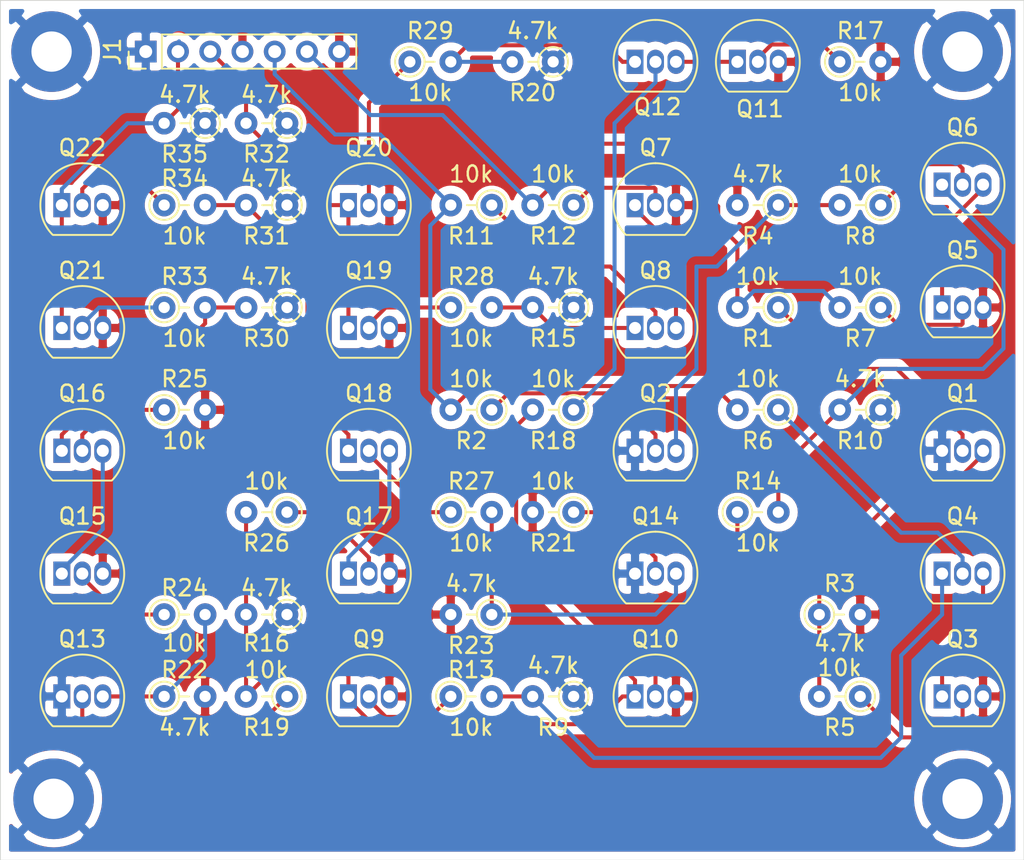
<source format=kicad_pcb>
(kicad_pcb (version 20171130) (host pcbnew "(5.1.2-1)-1")
  (layers (0 F.Cu signal) (31 B.Cu signal) (34 B.Paste user) (35 F.Paste user) (36 B.SilkS user) (37 F.SilkS user) (38 B.Mask user) (39 F.Mask user) (44 Edge.Cuts user))
  (net 0 "")
  (net 1 6)
  (net 2 "Net-(J1-Pad6)")
  (net 3 "Net-(J1-Pad5)")
  (net 4 3)
  (net 5 2)
  (net 6 GND)
  (net 7 "Net-(Q1-Pad3)")
  (net 8 "Net-(Q1-Pad2)")
  (net 9 "Net-(Q2-Pad3)")
  (net 10 "Net-(Q2-Pad2)")
  (net 11 "Net-(Q3-Pad1)")
  (net 12 "Net-(Q3-Pad2)")
  (net 13 "Net-(Q4-Pad1)")
  (net 14 "Net-(Q4-Pad2)")
  (net 15 "Net-(Q5-Pad1)")
  (net 16 "Net-(Q5-Pad2)")
  (net 17 "Net-(Q6-Pad1)")
  (net 18 "Net-(Q6-Pad2)")
  (net 19 "Net-(Q7-Pad1)")
  (net 20 "Net-(Q7-Pad2)")
  (net 21 "Net-(Q8-Pad1)")
  (net 22 "Net-(Q8-Pad2)")
  (net 23 "Net-(Q10-Pad1)")
  (net 24 "Net-(Q9-Pad2)")
  (net 25 "Net-(Q10-Pad2)")
  (net 26 "Net-(Q11-Pad1)")
  (net 27 "Net-(Q11-Pad2)")
  (net 28 "Net-(Q12-Pad1)")
  (net 29 "Net-(Q12-Pad2)")
  (net 30 "Net-(Q13-Pad3)")
  (net 31 "Net-(Q13-Pad2)")
  (net 32 "Net-(Q14-Pad3)")
  (net 33 "Net-(Q14-Pad2)")
  (net 34 "Net-(Q15-Pad1)")
  (net 35 "Net-(Q15-Pad2)")
  (net 36 "Net-(Q16-Pad1)")
  (net 37 "Net-(Q16-Pad2)")
  (net 38 "Net-(Q17-Pad1)")
  (net 39 "Net-(Q17-Pad2)")
  (net 40 "Net-(Q18-Pad1)")
  (net 41 "Net-(Q18-Pad2)")
  (net 42 "Net-(Q19-Pad2)")
  (net 43 "Net-(Q20-Pad2)")
  (net 44 "Net-(Q21-Pad2)")
  (net 45 "Net-(Q22-Pad2)")
  (module Package_TO_SOT_THT:TO-92_Inline (layer F.Cu) (at 21.59 43.18)
    (fp_text reference Q21 (at 1.27 -3.56) (layer F.SilkS))
    (fp_text value Q_NPN_EBC hide)
    (pad 1 thru_hole rect (at 0 0) (size 1.05 1.5) (drill 0.75) (layers *.Cu *.Mask) (net 5 2))
    (pad 3 thru_hole oval (at 2.54 0) (size 1.05 1.5) (drill 0.75) (layers *.Cu *.Mask) (net 1 6))
    (pad 2 thru_hole oval (at 1.27 0) (size 1.05 1.5) (drill 0.75) (layers *.Cu *.Mask) (net 44 "Net-(Q21-Pad2)"))
  )
  (module Resistor_THT:R_Axial_DIN0204_L3.6mm_D1.6mm_P2.54mm_Vertical (layer F.Cu) (at 30.48 30.48 180)
    (fp_text reference R35 (at 1.27 -1.92) (layer F.SilkS))
    (fp_text value 4.7k (at 1.27 1.778) (layer F.SilkS))
    (pad 2 thru_hole oval (at 2.54 0 180) (size 1.4 1.4) (drill 0.7) (layers *.Cu *.Mask) (net 5 2))
    (pad 1 thru_hole circle (at 0 0 180) (size 1.4 1.4) (drill 0.7) (layers *.Cu *.Mask) (net 6 GND))
  )
  (module Resistor_THT:R_Axial_DIN0204_L3.6mm_D1.6mm_P2.54mm_Vertical (layer F.Cu) (at 27.94 35.56)
    (fp_text reference R34 (at 1.27 -1.651) (layer F.SilkS))
    (fp_text value 10k (at 1.27 1.92) (layer F.SilkS))
    (pad 2 thru_hole oval (at 2.54 0) (size 1.4 1.4) (drill 0.7) (layers *.Cu *.Mask) (net 40 "Net-(Q18-Pad1)"))
    (pad 1 thru_hole circle (at 0 0) (size 1.4 1.4) (drill 0.7) (layers *.Cu *.Mask) (net 45 "Net-(Q22-Pad2)"))
  )
  (module Resistor_THT:R_Axial_DIN0204_L3.6mm_D1.6mm_P2.54mm_Vertical (layer F.Cu) (at 27.94 41.91)
    (fp_text reference R33 (at 1.27 -1.92) (layer F.SilkS))
    (fp_text value 10k (at 1.27 1.92) (layer F.SilkS))
    (pad 2 thru_hole oval (at 2.54 0) (size 1.4 1.4) (drill 0.7) (layers *.Cu *.Mask) (net 36 "Net-(Q16-Pad1)"))
    (pad 1 thru_hole circle (at 0 0) (size 1.4 1.4) (drill 0.7) (layers *.Cu *.Mask) (net 44 "Net-(Q21-Pad2)"))
  )
  (module Resistor_THT:R_Axial_DIN0204_L3.6mm_D1.6mm_P2.54mm_Vertical (layer F.Cu) (at 35.56 30.48 180)
    (fp_text reference R32 (at 1.27 -1.92) (layer F.SilkS))
    (fp_text value 4.7k (at 1.27 1.778) (layer F.SilkS))
    (pad 2 thru_hole oval (at 2.54 0 180) (size 1.4 1.4) (drill 0.7) (layers *.Cu *.Mask) (net 4 3))
    (pad 1 thru_hole circle (at 0 0 180) (size 1.4 1.4) (drill 0.7) (layers *.Cu *.Mask) (net 6 GND))
  )
  (module Resistor_THT:R_Axial_DIN0204_L3.6mm_D1.6mm_P2.54mm_Vertical (layer F.Cu) (at 35.56 35.56 180)
    (fp_text reference R31 (at 1.27 -1.92) (layer F.SilkS))
    (fp_text value 4.7k (at 1.27 1.651) (layer F.SilkS))
    (pad 2 thru_hole oval (at 2.54 0 180) (size 1.4 1.4) (drill 0.7) (layers *.Cu *.Mask) (net 40 "Net-(Q18-Pad1)"))
    (pad 1 thru_hole circle (at 0 0 180) (size 1.4 1.4) (drill 0.7) (layers *.Cu *.Mask) (net 6 GND))
  )
  (module Resistor_THT:R_Axial_DIN0204_L3.6mm_D1.6mm_P2.54mm_Vertical (layer F.Cu) (at 35.56 41.91 180)
    (fp_text reference R30 (at 1.27 -1.92) (layer F.SilkS))
    (fp_text value 4.7k (at 1.27 1.92) (layer F.SilkS))
    (pad 2 thru_hole oval (at 2.54 0 180) (size 1.4 1.4) (drill 0.7) (layers *.Cu *.Mask) (net 36 "Net-(Q16-Pad1)"))
    (pad 1 thru_hole circle (at 0 0 180) (size 1.4 1.4) (drill 0.7) (layers *.Cu *.Mask) (net 6 GND))
  )
  (module Resistor_THT:R_Axial_DIN0204_L3.6mm_D1.6mm_P2.54mm_Vertical (layer F.Cu) (at 43.18 26.67)
    (fp_text reference R29 (at 1.27 -1.92) (layer F.SilkS))
    (fp_text value 10k (at 1.27 1.92) (layer F.SilkS))
    (pad 2 thru_hole oval (at 2.54 0) (size 1.4 1.4) (drill 0.7) (layers *.Cu *.Mask) (net 28 "Net-(Q12-Pad1)"))
    (pad 1 thru_hole circle (at 0 0) (size 1.4 1.4) (drill 0.7) (layers *.Cu *.Mask) (net 43 "Net-(Q20-Pad2)"))
  )
  (module Resistor_THT:R_Axial_DIN0204_L3.6mm_D1.6mm_P2.54mm_Vertical (layer F.Cu) (at 45.72 41.91)
    (fp_text reference R28 (at 1.27 -1.92) (layer F.SilkS))
    (fp_text value 10k (at 1.27 1.92) (layer F.SilkS))
    (pad 2 thru_hole oval (at 2.54 0) (size 1.4 1.4) (drill 0.7) (layers *.Cu *.Mask) (net 21 "Net-(Q8-Pad1)"))
    (pad 1 thru_hole circle (at 0 0) (size 1.4 1.4) (drill 0.7) (layers *.Cu *.Mask) (net 42 "Net-(Q19-Pad2)"))
  )
  (module Resistor_THT:R_Axial_DIN0204_L3.6mm_D1.6mm_P2.54mm_Vertical (layer F.Cu) (at 45.72 54.61)
    (fp_text reference R27 (at 1.27 -1.92) (layer F.SilkS))
    (fp_text value 10k (at 1.27 1.92) (layer F.SilkS))
    (pad 2 thru_hole oval (at 2.54 0) (size 1.4 1.4) (drill 0.7) (layers *.Cu *.Mask) (net 32 "Net-(Q14-Pad3)"))
    (pad 1 thru_hole circle (at 0 0) (size 1.4 1.4) (drill 0.7) (layers *.Cu *.Mask) (net 41 "Net-(Q18-Pad2)"))
  )
  (module Resistor_THT:R_Axial_DIN0204_L3.6mm_D1.6mm_P2.54mm_Vertical (layer F.Cu) (at 35.56 54.61 180)
    (fp_text reference R26 (at 1.27 -1.92) (layer F.SilkS))
    (fp_text value 10k (at 1.27 1.92) (layer F.SilkS))
    (pad 2 thru_hole oval (at 2.54 0 180) (size 1.4 1.4) (drill 0.7) (layers *.Cu *.Mask) (net 23 "Net-(Q10-Pad1)"))
    (pad 1 thru_hole circle (at 0 0 180) (size 1.4 1.4) (drill 0.7) (layers *.Cu *.Mask) (net 39 "Net-(Q17-Pad2)"))
  )
  (module Resistor_THT:R_Axial_DIN0204_L3.6mm_D1.6mm_P2.54mm_Vertical (layer F.Cu) (at 27.94 48.26)
    (fp_text reference R25 (at 1.27 -1.92) (layer F.SilkS))
    (fp_text value 10k (at 1.27 1.92) (layer F.SilkS))
    (pad 2 thru_hole oval (at 2.54 0) (size 1.4 1.4) (drill 0.7) (layers *.Cu *.Mask) (net 1 6))
    (pad 1 thru_hole circle (at 0 0) (size 1.4 1.4) (drill 0.7) (layers *.Cu *.Mask) (net 37 "Net-(Q16-Pad2)"))
  )
  (module Resistor_THT:R_Axial_DIN0204_L3.6mm_D1.6mm_P2.54mm_Vertical (layer F.Cu) (at 27.94 60.96)
    (fp_text reference R24 (at 1.27 -1.651) (layer F.SilkS))
    (fp_text value 10k (at 1.27 1.778) (layer F.SilkS))
    (pad 2 thru_hole oval (at 2.54 0) (size 1.4 1.4) (drill 0.7) (layers *.Cu *.Mask) (net 30 "Net-(Q13-Pad3)"))
    (pad 1 thru_hole circle (at 0 0) (size 1.4 1.4) (drill 0.7) (layers *.Cu *.Mask) (net 35 "Net-(Q15-Pad2)"))
  )
  (module Resistor_THT:R_Axial_DIN0204_L3.6mm_D1.6mm_P2.54mm_Vertical (layer F.Cu) (at 48.26 60.96 180)
    (fp_text reference R23 (at 1.27 -1.92) (layer F.SilkS))
    (fp_text value 4.7k (at 1.27 1.92) (layer F.SilkS))
    (pad 2 thru_hole oval (at 2.54 0 180) (size 1.4 1.4) (drill 0.7) (layers *.Cu *.Mask) (net 1 6))
    (pad 1 thru_hole circle (at 0 0 180) (size 1.4 1.4) (drill 0.7) (layers *.Cu *.Mask) (net 32 "Net-(Q14-Pad3)"))
  )
  (module Resistor_THT:R_Axial_DIN0204_L3.6mm_D1.6mm_P2.54mm_Vertical (layer F.Cu) (at 27.94 66.04)
    (fp_text reference R22 (at 1.27 -1.651) (layer F.SilkS))
    (fp_text value 4.7k (at 1.27 1.92) (layer F.SilkS))
    (pad 2 thru_hole oval (at 2.54 0) (size 1.4 1.4) (drill 0.7) (layers *.Cu *.Mask) (net 1 6))
    (pad 1 thru_hole circle (at 0 0) (size 1.4 1.4) (drill 0.7) (layers *.Cu *.Mask) (net 30 "Net-(Q13-Pad3)"))
  )
  (module Resistor_THT:R_Axial_DIN0204_L3.6mm_D1.6mm_P2.54mm_Vertical (layer F.Cu) (at 53.34 54.61 180)
    (fp_text reference R21 (at 1.27 -1.92) (layer F.SilkS))
    (fp_text value 10k (at 1.27 1.92) (layer F.SilkS))
    (pad 2 thru_hole oval (at 2.54 0 180) (size 1.4 1.4) (drill 0.7) (layers *.Cu *.Mask) (net 1 6))
    (pad 1 thru_hole circle (at 0 0 180) (size 1.4 1.4) (drill 0.7) (layers *.Cu *.Mask) (net 33 "Net-(Q14-Pad2)"))
  )
  (module Resistor_THT:R_Axial_DIN0204_L3.6mm_D1.6mm_P2.54mm_Vertical (layer F.Cu) (at 52.07 26.67 180)
    (fp_text reference R20 (at 1.27 -1.92) (layer F.SilkS))
    (fp_text value 4.7k (at 1.27 1.92) (layer F.SilkS))
    (pad 2 thru_hole oval (at 2.54 0 180) (size 1.4 1.4) (drill 0.7) (layers *.Cu *.Mask) (net 28 "Net-(Q12-Pad1)"))
    (pad 1 thru_hole circle (at 0 0 180) (size 1.4 1.4) (drill 0.7) (layers *.Cu *.Mask) (net 6 GND))
  )
  (module Resistor_THT:R_Axial_DIN0204_L3.6mm_D1.6mm_P2.54mm_Vertical (layer F.Cu) (at 35.56 66.04 180)
    (fp_text reference R19 (at 1.27 -1.92) (layer F.SilkS))
    (fp_text value 10k (at 1.27 1.651) (layer F.SilkS))
    (pad 2 thru_hole oval (at 2.54 0 180) (size 1.4 1.4) (drill 0.7) (layers *.Cu *.Mask) (net 23 "Net-(Q10-Pad1)"))
    (pad 1 thru_hole circle (at 0 0 180) (size 1.4 1.4) (drill 0.7) (layers *.Cu *.Mask) (net 31 "Net-(Q13-Pad2)"))
  )
  (module Resistor_THT:R_Axial_DIN0204_L3.6mm_D1.6mm_P2.54mm_Vertical (layer F.Cu) (at 53.34 48.26 180)
    (fp_text reference R18 (at 1.27 -1.92) (layer F.SilkS))
    (fp_text value 10k (at 1.27 1.92) (layer F.SilkS))
    (pad 2 thru_hole oval (at 2.54 0 180) (size 1.4 1.4) (drill 0.7) (layers *.Cu *.Mask) (net 23 "Net-(Q10-Pad1)"))
    (pad 1 thru_hole circle (at 0 0 180) (size 1.4 1.4) (drill 0.7) (layers *.Cu *.Mask) (net 29 "Net-(Q12-Pad2)"))
  )
  (module Resistor_THT:R_Axial_DIN0204_L3.6mm_D1.6mm_P2.54mm_Vertical (layer F.Cu) (at 69.85 26.67)
    (fp_text reference R17 (at 1.27 -1.92) (layer F.SilkS))
    (fp_text value 10k (at 1.27 1.92) (layer F.SilkS))
    (pad 2 thru_hole oval (at 2.54 0) (size 1.4 1.4) (drill 0.7) (layers *.Cu *.Mask) (net 1 6))
    (pad 1 thru_hole circle (at 0 0) (size 1.4 1.4) (drill 0.7) (layers *.Cu *.Mask) (net 27 "Net-(Q11-Pad2)"))
  )
  (module Resistor_THT:R_Axial_DIN0204_L3.6mm_D1.6mm_P2.54mm_Vertical (layer F.Cu) (at 35.56 60.96 180)
    (fp_text reference R16 (at 1.27 -1.778) (layer F.SilkS))
    (fp_text value 4.7k (at 1.27 1.651) (layer F.SilkS))
    (pad 2 thru_hole oval (at 2.54 0 180) (size 1.4 1.4) (drill 0.7) (layers *.Cu *.Mask) (net 23 "Net-(Q10-Pad1)"))
    (pad 1 thru_hole circle (at 0 0 180) (size 1.4 1.4) (drill 0.7) (layers *.Cu *.Mask) (net 6 GND))
  )
  (module Resistor_THT:R_Axial_DIN0204_L3.6mm_D1.6mm_P2.54mm_Vertical (layer F.Cu) (at 53.34 41.91 180)
    (fp_text reference R15 (at 1.27 -1.92) (layer F.SilkS))
    (fp_text value 4.7k (at 1.27 1.92) (layer F.SilkS))
    (pad 2 thru_hole oval (at 2.54 0 180) (size 1.4 1.4) (drill 0.7) (layers *.Cu *.Mask) (net 21 "Net-(Q8-Pad1)"))
    (pad 1 thru_hole circle (at 0 0 180) (size 1.4 1.4) (drill 0.7) (layers *.Cu *.Mask) (net 6 GND))
  )
  (module Resistor_THT:R_Axial_DIN0204_L3.6mm_D1.6mm_P2.54mm_Vertical (layer F.Cu) (at 63.5 54.61)
    (fp_text reference R14 (at 1.27 -1.92) (layer F.SilkS))
    (fp_text value 10k (at 1.27 1.92) (layer F.SilkS))
    (pad 2 thru_hole oval (at 2.54 0) (size 1.4 1.4) (drill 0.7) (layers *.Cu *.Mask) (net 17 "Net-(Q6-Pad1)"))
    (pad 1 thru_hole circle (at 0 0) (size 1.4 1.4) (drill 0.7) (layers *.Cu *.Mask) (net 25 "Net-(Q10-Pad2)"))
  )
  (module Resistor_THT:R_Axial_DIN0204_L3.6mm_D1.6mm_P2.54mm_Vertical (layer F.Cu) (at 45.72 66.04)
    (fp_text reference R13 (at 1.27 -1.651) (layer F.SilkS))
    (fp_text value 10k (at 1.27 1.92) (layer F.SilkS))
    (pad 2 thru_hole oval (at 2.54 0) (size 1.4 1.4) (drill 0.7) (layers *.Cu *.Mask) (net 13 "Net-(Q4-Pad1)"))
    (pad 1 thru_hole circle (at 0 0) (size 1.4 1.4) (drill 0.7) (layers *.Cu *.Mask) (net 24 "Net-(Q9-Pad2)"))
  )
  (module Resistor_THT:R_Axial_DIN0204_L3.6mm_D1.6mm_P2.54mm_Vertical (layer F.Cu) (at 53.34 35.56 180)
    (fp_text reference R12 (at 1.27 -1.92) (layer F.SilkS))
    (fp_text value 10k (at 1.27 1.92) (layer F.SilkS))
    (pad 2 thru_hole oval (at 2.54 0 180) (size 1.4 1.4) (drill 0.7) (layers *.Cu *.Mask) (net 2 "Net-(J1-Pad6)"))
    (pad 1 thru_hole circle (at 0 0 180) (size 1.4 1.4) (drill 0.7) (layers *.Cu *.Mask) (net 20 "Net-(Q7-Pad2)"))
  )
  (module Resistor_THT:R_Axial_DIN0204_L3.6mm_D1.6mm_P2.54mm_Vertical (layer F.Cu) (at 48.26 35.56 180)
    (fp_text reference R11 (at 1.27 -1.92) (layer F.SilkS))
    (fp_text value 10k (at 1.27 1.92) (layer F.SilkS))
    (pad 2 thru_hole oval (at 2.54 0 180) (size 1.4 1.4) (drill 0.7) (layers *.Cu *.Mask) (net 3 "Net-(J1-Pad5)"))
    (pad 1 thru_hole circle (at 0 0 180) (size 1.4 1.4) (drill 0.7) (layers *.Cu *.Mask) (net 22 "Net-(Q8-Pad2)"))
  )
  (module Resistor_THT:R_Axial_DIN0204_L3.6mm_D1.6mm_P2.54mm_Vertical (layer F.Cu) (at 72.39 48.26 180)
    (fp_text reference R10 (at 1.27 -1.92) (layer F.SilkS))
    (fp_text value 4.7k (at 1.27 1.92) (layer F.SilkS))
    (pad 2 thru_hole oval (at 2.54 0 180) (size 1.4 1.4) (drill 0.7) (layers *.Cu *.Mask) (net 17 "Net-(Q6-Pad1)"))
    (pad 1 thru_hole circle (at 0 0 180) (size 1.4 1.4) (drill 0.7) (layers *.Cu *.Mask) (net 6 GND))
  )
  (module Resistor_THT:R_Axial_DIN0204_L3.6mm_D1.6mm_P2.54mm_Vertical (layer F.Cu) (at 53.34 66.04 180)
    (fp_text reference R9 (at 1.27 -1.92) (layer F.SilkS))
    (fp_text value 4.7k (at 1.27 1.92) (layer F.SilkS))
    (pad 2 thru_hole oval (at 2.54 0 180) (size 1.4 1.4) (drill 0.7) (layers *.Cu *.Mask) (net 13 "Net-(Q4-Pad1)"))
    (pad 1 thru_hole circle (at 0 0 180) (size 1.4 1.4) (drill 0.7) (layers *.Cu *.Mask) (net 6 GND))
  )
  (module Resistor_THT:R_Axial_DIN0204_L3.6mm_D1.6mm_P2.54mm_Vertical (layer F.Cu) (at 72.39 35.56 180)
    (fp_text reference R8 (at 1.27 -1.92) (layer F.SilkS))
    (fp_text value 10k (at 1.27 1.92) (layer F.SilkS))
    (pad 2 thru_hole oval (at 2.54 0 180) (size 1.4 1.4) (drill 0.7) (layers *.Cu *.Mask) (net 9 "Net-(Q2-Pad3)"))
    (pad 1 thru_hole circle (at 0 0 180) (size 1.4 1.4) (drill 0.7) (layers *.Cu *.Mask) (net 18 "Net-(Q6-Pad2)"))
  )
  (module Resistor_THT:R_Axial_DIN0204_L3.6mm_D1.6mm_P2.54mm_Vertical (layer F.Cu) (at 72.39 41.91 180)
    (fp_text reference R7 (at 1.27 -1.92) (layer F.SilkS))
    (fp_text value 10k (at 1.27 1.92) (layer F.SilkS))
    (pad 2 thru_hole oval (at 2.54 0 180) (size 1.4 1.4) (drill 0.7) (layers *.Cu *.Mask) (net 2 "Net-(J1-Pad6)"))
    (pad 1 thru_hole circle (at 0 0 180) (size 1.4 1.4) (drill 0.7) (layers *.Cu *.Mask) (net 16 "Net-(Q5-Pad2)"))
  )
  (module Resistor_THT:R_Axial_DIN0204_L3.6mm_D1.6mm_P2.54mm_Vertical (layer F.Cu) (at 66.04 48.26 180)
    (fp_text reference R6 (at 1.27 -1.92) (layer F.SilkS))
    (fp_text value 10k (at 1.27 1.92) (layer F.SilkS))
    (pad 2 thru_hole oval (at 2.54 0 180) (size 1.4 1.4) (drill 0.7) (layers *.Cu *.Mask) (net 3 "Net-(J1-Pad5)"))
    (pad 1 thru_hole circle (at 0 0 180) (size 1.4 1.4) (drill 0.7) (layers *.Cu *.Mask) (net 14 "Net-(Q4-Pad2)"))
  )
  (module Resistor_THT:R_Axial_DIN0204_L3.6mm_D1.6mm_P2.54mm_Vertical (layer F.Cu) (at 71.12 66.04 180)
    (fp_text reference R5 (at 1.27 -1.92) (layer F.SilkS))
    (fp_text value 10k (at 1.27 1.778) (layer F.SilkS))
    (pad 2 thru_hole oval (at 2.54 0 180) (size 1.4 1.4) (drill 0.7) (layers *.Cu *.Mask) (net 7 "Net-(Q1-Pad3)"))
    (pad 1 thru_hole circle (at 0 0 180) (size 1.4 1.4) (drill 0.7) (layers *.Cu *.Mask) (net 12 "Net-(Q3-Pad2)"))
  )
  (module Resistor_THT:R_Axial_DIN0204_L3.6mm_D1.6mm_P2.54mm_Vertical (layer F.Cu) (at 66.04 35.56 180)
    (fp_text reference R4 (at 1.27 -1.92) (layer F.SilkS))
    (fp_text value 4.7k (at 1.27 1.92) (layer F.SilkS))
    (pad 2 thru_hole oval (at 2.54 0 180) (size 1.4 1.4) (drill 0.7) (layers *.Cu *.Mask) (net 1 6))
    (pad 1 thru_hole circle (at 0 0 180) (size 1.4 1.4) (drill 0.7) (layers *.Cu *.Mask) (net 9 "Net-(Q2-Pad3)"))
  )
  (module Resistor_THT:R_Axial_DIN0204_L3.6mm_D1.6mm_P2.54mm_Vertical (layer F.Cu) (at 68.58 60.96)
    (fp_text reference R3 (at 1.27 -1.92) (layer F.SilkS))
    (fp_text value 4.7k (at 1.27 1.778) (layer F.SilkS))
    (pad 2 thru_hole oval (at 2.54 0) (size 1.4 1.4) (drill 0.7) (layers *.Cu *.Mask) (net 1 6))
    (pad 1 thru_hole circle (at 0 0) (size 1.4 1.4) (drill 0.7) (layers *.Cu *.Mask) (net 7 "Net-(Q1-Pad3)"))
  )
  (module Resistor_THT:R_Axial_DIN0204_L3.6mm_D1.6mm_P2.54mm_Vertical (layer F.Cu) (at 48.26 48.26 180)
    (fp_text reference R2 (at 1.27 -1.92) (layer F.SilkS))
    (fp_text value 10k (at 1.27 1.92) (layer F.SilkS))
    (pad 2 thru_hole oval (at 2.54 0 180) (size 1.4 1.4) (drill 0.7) (layers *.Cu *.Mask) (net 3 "Net-(J1-Pad5)"))
    (pad 1 thru_hole circle (at 0 0 180) (size 1.4 1.4) (drill 0.7) (layers *.Cu *.Mask) (net 10 "Net-(Q2-Pad2)"))
  )
  (module Resistor_THT:R_Axial_DIN0204_L3.6mm_D1.6mm_P2.54mm_Vertical (layer F.Cu) (at 66.04 41.91 180)
    (fp_text reference R1 (at 1.27 -1.92) (layer F.SilkS))
    (fp_text value 10k (at 1.27 1.92) (layer F.SilkS))
    (pad 2 thru_hole oval (at 2.54 0 180) (size 1.4 1.4) (drill 0.7) (layers *.Cu *.Mask) (net 2 "Net-(J1-Pad6)"))
    (pad 1 thru_hole circle (at 0 0 180) (size 1.4 1.4) (drill 0.7) (layers *.Cu *.Mask) (net 8 "Net-(Q1-Pad2)"))
  )
  (module MountingHole:MountingHole_2.5mm_Pad (layer F.Cu) (at 20.955 26.035)
    (fp_text reference H4 hide)
    (fp_text value MountingHole_Pad hide)
    (pad 1 thru_hole circle (at 0 0) (size 5 5) (drill 2.5) (layers *.Cu *.Mask) (net 6 GND))
  )
  (module MountingHole:MountingHole_2.5mm_Pad (layer F.Cu) (at 77.47 26.035)
    (fp_text reference H3 hide)
    (fp_text value MountingHole_Pad hide)
    (pad 1 thru_hole circle (at 0 0) (size 5 5) (drill 2.5) (layers *.Cu *.Mask) (net 6 GND))
  )
  (module MountingHole:MountingHole_2.5mm_Pad (layer F.Cu) (at 21.082 72.39)
    (fp_text reference H2 hide)
    (fp_text value MountingHole_Pad hide)
    (pad 1 thru_hole circle (at 0 0) (size 5 5) (drill 2.5) (layers *.Cu *.Mask) (net 6 GND))
  )
  (module MountingHole:MountingHole_2.5mm_Pad (layer F.Cu) (at 77.47 72.39)
    (fp_text reference H1 hide)
    (fp_text value MountingHole_Pad hide)
    (pad 1 thru_hole circle (at 0 0) (size 5 5) (drill 2.5) (layers *.Cu *.Mask) (net 6 GND))
  )
  (module Connector_PinHeader_2.00mm:PinHeader_1x07_P2.00mm_Vertical (layer F.Cu) (at 26.797 26.035 90)
    (fp_text reference J1 (at 0 -2.06 90) (layer F.SilkS))
    (fp_text value Conn_01x07_Male hide)
    (pad 7 thru_hole oval (at 0 12 90) (size 1.35 1.35) (drill 0.8) (layers *.Cu *.Mask) (net 1 6))
    (pad 6 thru_hole oval (at 0 10 90) (size 1.35 1.35) (drill 0.8) (layers *.Cu *.Mask) (net 2 "Net-(J1-Pad6)"))
    (pad 5 thru_hole oval (at 0 8 90) (size 1.35 1.35) (drill 0.8) (layers *.Cu *.Mask) (net 3 "Net-(J1-Pad5)"))
    (pad 4 thru_hole oval (at 0 6 90) (size 1.35 1.35) (drill 0.8) (layers *.Cu *.Mask) (net 1 6))
    (pad 3 thru_hole oval (at 0 4 90) (size 1.35 1.35) (drill 0.8) (layers *.Cu *.Mask) (net 4 3))
    (pad 2 thru_hole oval (at 0 2 90) (size 1.35 1.35) (drill 0.8) (layers *.Cu *.Mask) (net 5 2))
    (pad 1 thru_hole rect (at 0 0 90) (size 1.35 1.35) (drill 0.8) (layers *.Cu *.Mask) (net 6 GND))
  )
  (module Package_TO_SOT_THT:TO-92_Inline (layer F.Cu) (at 21.59 35.56)
    (fp_text reference Q22 (at 1.27 -3.56) (layer F.SilkS))
    (fp_text value Q_NPN_EBC hide)
    (pad 1 thru_hole rect (at 0 0) (size 1.05 1.5) (drill 0.75) (layers *.Cu *.Mask) (net 5 2))
    (pad 3 thru_hole oval (at 2.54 0) (size 1.05 1.5) (drill 0.75) (layers *.Cu *.Mask) (net 1 6))
    (pad 2 thru_hole oval (at 1.27 0) (size 1.05 1.5) (drill 0.75) (layers *.Cu *.Mask) (net 45 "Net-(Q22-Pad2)"))
  )
  (module Package_TO_SOT_THT:TO-92_Inline (layer F.Cu) (at 39.37 35.56)
    (fp_text reference Q20 (at 1.27 -3.56) (layer F.SilkS))
    (fp_text value Q_NPN_EBC hide)
    (pad 1 thru_hole rect (at 0 0) (size 1.05 1.5) (drill 0.75) (layers *.Cu *.Mask) (net 4 3))
    (pad 3 thru_hole oval (at 2.54 0) (size 1.05 1.5) (drill 0.75) (layers *.Cu *.Mask) (net 1 6))
    (pad 2 thru_hole oval (at 1.27 0) (size 1.05 1.5) (drill 0.75) (layers *.Cu *.Mask) (net 43 "Net-(Q20-Pad2)"))
  )
  (module Package_TO_SOT_THT:TO-92_Inline (layer F.Cu) (at 39.37 43.18)
    (fp_text reference Q19 (at 1.27 -3.56) (layer F.SilkS))
    (fp_text value Q_NPN_EBC hide)
    (pad 1 thru_hole rect (at 0 0) (size 1.05 1.5) (drill 0.75) (layers *.Cu *.Mask) (net 4 3))
    (pad 3 thru_hole oval (at 2.54 0) (size 1.05 1.5) (drill 0.75) (layers *.Cu *.Mask) (net 1 6))
    (pad 2 thru_hole oval (at 1.27 0) (size 1.05 1.5) (drill 0.75) (layers *.Cu *.Mask) (net 42 "Net-(Q19-Pad2)"))
  )
  (module Package_TO_SOT_THT:TO-92_Inline (layer F.Cu) (at 39.37 50.8)
    (fp_text reference Q18 (at 1.27 -3.56) (layer F.SilkS))
    (fp_text value Q_NPN_EBC hide)
    (pad 1 thru_hole rect (at 0 0) (size 1.05 1.5) (drill 0.75) (layers *.Cu *.Mask) (net 40 "Net-(Q18-Pad1)"))
    (pad 3 thru_hole oval (at 2.54 0) (size 1.05 1.5) (drill 0.75) (layers *.Cu *.Mask) (net 38 "Net-(Q17-Pad1)"))
    (pad 2 thru_hole oval (at 1.27 0) (size 1.05 1.5) (drill 0.75) (layers *.Cu *.Mask) (net 41 "Net-(Q18-Pad2)"))
  )
  (module Package_TO_SOT_THT:TO-92_Inline (layer F.Cu) (at 39.37 58.42)
    (fp_text reference Q17 (at 1.27 -3.56) (layer F.SilkS))
    (fp_text value Q_NPN_EBC hide)
    (pad 1 thru_hole rect (at 0 0) (size 1.05 1.5) (drill 0.75) (layers *.Cu *.Mask) (net 38 "Net-(Q17-Pad1)"))
    (pad 3 thru_hole oval (at 2.54 0) (size 1.05 1.5) (drill 0.75) (layers *.Cu *.Mask) (net 1 6))
    (pad 2 thru_hole oval (at 1.27 0) (size 1.05 1.5) (drill 0.75) (layers *.Cu *.Mask) (net 39 "Net-(Q17-Pad2)"))
  )
  (module Package_TO_SOT_THT:TO-92_Inline (layer F.Cu) (at 21.59 50.8)
    (fp_text reference Q16 (at 1.27 -3.56) (layer F.SilkS))
    (fp_text value Q_NPN_EBC hide)
    (pad 1 thru_hole rect (at 0 0) (size 1.05 1.5) (drill 0.75) (layers *.Cu *.Mask) (net 36 "Net-(Q16-Pad1)"))
    (pad 3 thru_hole oval (at 2.54 0) (size 1.05 1.5) (drill 0.75) (layers *.Cu *.Mask) (net 34 "Net-(Q15-Pad1)"))
    (pad 2 thru_hole oval (at 1.27 0) (size 1.05 1.5) (drill 0.75) (layers *.Cu *.Mask) (net 37 "Net-(Q16-Pad2)"))
  )
  (module Package_TO_SOT_THT:TO-92_Inline (layer F.Cu) (at 21.59 58.42)
    (fp_text reference Q15 (at 1.27 -3.56) (layer F.SilkS))
    (fp_text value Q_NPN_EBC hide)
    (pad 1 thru_hole rect (at 0 0) (size 1.05 1.5) (drill 0.75) (layers *.Cu *.Mask) (net 34 "Net-(Q15-Pad1)"))
    (pad 3 thru_hole oval (at 2.54 0) (size 1.05 1.5) (drill 0.75) (layers *.Cu *.Mask) (net 1 6))
    (pad 2 thru_hole oval (at 1.27 0) (size 1.05 1.5) (drill 0.75) (layers *.Cu *.Mask) (net 35 "Net-(Q15-Pad2)"))
  )
  (module Package_TO_SOT_THT:TO-92_Inline (layer F.Cu) (at 57.15 58.42)
    (fp_text reference Q14 (at 1.27 -3.56) (layer F.SilkS))
    (fp_text value Q_NPN_EBC hide)
    (pad 1 thru_hole rect (at 0 0) (size 1.05 1.5) (drill 0.75) (layers *.Cu *.Mask) (net 6 GND))
    (pad 3 thru_hole oval (at 2.54 0) (size 1.05 1.5) (drill 0.75) (layers *.Cu *.Mask) (net 32 "Net-(Q14-Pad3)"))
    (pad 2 thru_hole oval (at 1.27 0) (size 1.05 1.5) (drill 0.75) (layers *.Cu *.Mask) (net 33 "Net-(Q14-Pad2)"))
  )
  (module Package_TO_SOT_THT:TO-92_Inline (layer F.Cu) (at 21.59 66.04)
    (fp_text reference Q13 (at 1.27 -3.56) (layer F.SilkS))
    (fp_text value Q_NPN_EBC hide)
    (pad 1 thru_hole rect (at 0 0) (size 1.05 1.5) (drill 0.75) (layers *.Cu *.Mask) (net 6 GND))
    (pad 3 thru_hole oval (at 2.54 0) (size 1.05 1.5) (drill 0.75) (layers *.Cu *.Mask) (net 30 "Net-(Q13-Pad3)"))
    (pad 2 thru_hole oval (at 1.27 0) (size 1.05 1.5) (drill 0.75) (layers *.Cu *.Mask) (net 31 "Net-(Q13-Pad2)"))
  )
  (module Package_TO_SOT_THT:TO-92_Inline (layer F.Cu) (at 57.15 26.67)
    (fp_text reference Q12 (at 1.397 2.794) (layer F.SilkS))
    (fp_text value Q_NPN_EBC hide)
    (pad 1 thru_hole rect (at 0 0) (size 1.05 1.5) (drill 0.75) (layers *.Cu *.Mask) (net 28 "Net-(Q12-Pad1)"))
    (pad 3 thru_hole oval (at 2.54 0) (size 1.05 1.5) (drill 0.75) (layers *.Cu *.Mask) (net 26 "Net-(Q11-Pad1)"))
    (pad 2 thru_hole oval (at 1.27 0) (size 1.05 1.5) (drill 0.75) (layers *.Cu *.Mask) (net 29 "Net-(Q12-Pad2)"))
  )
  (module Package_TO_SOT_THT:TO-92_Inline (layer F.Cu) (at 63.5 26.67)
    (fp_text reference Q11 (at 1.397 2.921) (layer F.SilkS))
    (fp_text value Q_NPN_EBC hide)
    (pad 1 thru_hole rect (at 0 0) (size 1.05 1.5) (drill 0.75) (layers *.Cu *.Mask) (net 26 "Net-(Q11-Pad1)"))
    (pad 3 thru_hole oval (at 2.54 0) (size 1.05 1.5) (drill 0.75) (layers *.Cu *.Mask) (net 1 6))
    (pad 2 thru_hole oval (at 1.27 0) (size 1.05 1.5) (drill 0.75) (layers *.Cu *.Mask) (net 27 "Net-(Q11-Pad2)"))
  )
  (module Package_TO_SOT_THT:TO-92_Inline (layer F.Cu) (at 57.15 66.04)
    (fp_text reference Q10 (at 1.27 -3.56) (layer F.SilkS))
    (fp_text value Q_NPN_EBC hide)
    (pad 1 thru_hole rect (at 0 0) (size 1.05 1.5) (drill 0.75) (layers *.Cu *.Mask) (net 23 "Net-(Q10-Pad1)"))
    (pad 3 thru_hole oval (at 2.54 0) (size 1.05 1.5) (drill 0.75) (layers *.Cu *.Mask) (net 1 6))
    (pad 2 thru_hole oval (at 1.27 0) (size 1.05 1.5) (drill 0.75) (layers *.Cu *.Mask) (net 25 "Net-(Q10-Pad2)"))
  )
  (module Package_TO_SOT_THT:TO-92_Inline (layer F.Cu) (at 39.37 66.04)
    (fp_text reference Q9 (at 1.27 -3.56) (layer F.SilkS))
    (fp_text value Q_NPN_EBC hide)
    (pad 1 thru_hole rect (at 0 0) (size 1.05 1.5) (drill 0.75) (layers *.Cu *.Mask) (net 23 "Net-(Q10-Pad1)"))
    (pad 3 thru_hole oval (at 2.54 0) (size 1.05 1.5) (drill 0.75) (layers *.Cu *.Mask) (net 1 6))
    (pad 2 thru_hole oval (at 1.27 0) (size 1.05 1.5) (drill 0.75) (layers *.Cu *.Mask) (net 24 "Net-(Q9-Pad2)"))
  )
  (module Package_TO_SOT_THT:TO-92_Inline (layer F.Cu) (at 57.15 43.18)
    (fp_text reference Q8 (at 1.27 -3.56) (layer F.SilkS))
    (fp_text value Q_NPN_EBC hide)
    (pad 1 thru_hole rect (at 0 0) (size 1.05 1.5) (drill 0.75) (layers *.Cu *.Mask) (net 21 "Net-(Q8-Pad1)"))
    (pad 3 thru_hole oval (at 2.54 0) (size 1.05 1.5) (drill 0.75) (layers *.Cu *.Mask) (net 19 "Net-(Q7-Pad1)"))
    (pad 2 thru_hole oval (at 1.27 0) (size 1.05 1.5) (drill 0.75) (layers *.Cu *.Mask) (net 22 "Net-(Q8-Pad2)"))
  )
  (module Package_TO_SOT_THT:TO-92_Inline (layer F.Cu) (at 57.15 35.56)
    (fp_text reference Q7 (at 1.27 -3.56) (layer F.SilkS))
    (fp_text value Q_NPN_EBC hide)
    (pad 1 thru_hole rect (at 0 0) (size 1.05 1.5) (drill 0.75) (layers *.Cu *.Mask) (net 19 "Net-(Q7-Pad1)"))
    (pad 3 thru_hole oval (at 2.54 0) (size 1.05 1.5) (drill 0.75) (layers *.Cu *.Mask) (net 1 6))
    (pad 2 thru_hole oval (at 1.27 0) (size 1.05 1.5) (drill 0.75) (layers *.Cu *.Mask) (net 20 "Net-(Q7-Pad2)"))
  )
  (module Package_TO_SOT_THT:TO-92_Inline (layer F.Cu) (at 76.2 34.29)
    (fp_text reference Q6 (at 1.27 -3.56) (layer F.SilkS))
    (fp_text value Q_NPN_EBC hide)
    (pad 1 thru_hole rect (at 0 0) (size 1.05 1.5) (drill 0.75) (layers *.Cu *.Mask) (net 17 "Net-(Q6-Pad1)"))
    (pad 3 thru_hole oval (at 2.54 0) (size 1.05 1.5) (drill 0.75) (layers *.Cu *.Mask) (net 15 "Net-(Q5-Pad1)"))
    (pad 2 thru_hole oval (at 1.27 0) (size 1.05 1.5) (drill 0.75) (layers *.Cu *.Mask) (net 18 "Net-(Q6-Pad2)"))
  )
  (module Package_TO_SOT_THT:TO-92_Inline (layer F.Cu) (at 76.2 41.91)
    (fp_text reference Q5 (at 1.27 -3.56) (layer F.SilkS))
    (fp_text value Q_NPN_EBC hide)
    (pad 1 thru_hole rect (at 0 0) (size 1.05 1.5) (drill 0.75) (layers *.Cu *.Mask) (net 15 "Net-(Q5-Pad1)"))
    (pad 3 thru_hole oval (at 2.54 0) (size 1.05 1.5) (drill 0.75) (layers *.Cu *.Mask) (net 1 6))
    (pad 2 thru_hole oval (at 1.27 0) (size 1.05 1.5) (drill 0.75) (layers *.Cu *.Mask) (net 16 "Net-(Q5-Pad2)"))
  )
  (module Package_TO_SOT_THT:TO-92_Inline (layer F.Cu) (at 76.2 58.42)
    (fp_text reference Q4 (at 1.27 -3.56) (layer F.SilkS))
    (fp_text value Q_NPN_EBC hide)
    (pad 1 thru_hole rect (at 0 0) (size 1.05 1.5) (drill 0.75) (layers *.Cu *.Mask) (net 13 "Net-(Q4-Pad1)"))
    (pad 3 thru_hole oval (at 2.54 0) (size 1.05 1.5) (drill 0.75) (layers *.Cu *.Mask) (net 11 "Net-(Q3-Pad1)"))
    (pad 2 thru_hole oval (at 1.27 0) (size 1.05 1.5) (drill 0.75) (layers *.Cu *.Mask) (net 14 "Net-(Q4-Pad2)"))
  )
  (module Package_TO_SOT_THT:TO-92_Inline (layer F.Cu) (at 76.2 66.04)
    (fp_text reference Q3 (at 1.27 -3.56) (layer F.SilkS))
    (fp_text value Q_NPN_EBC hide)
    (pad 1 thru_hole rect (at 0 0) (size 1.05 1.5) (drill 0.75) (layers *.Cu *.Mask) (net 11 "Net-(Q3-Pad1)"))
    (pad 3 thru_hole oval (at 2.54 0) (size 1.05 1.5) (drill 0.75) (layers *.Cu *.Mask) (net 1 6))
    (pad 2 thru_hole oval (at 1.27 0) (size 1.05 1.5) (drill 0.75) (layers *.Cu *.Mask) (net 12 "Net-(Q3-Pad2)"))
  )
  (module Package_TO_SOT_THT:TO-92_Inline (layer F.Cu) (at 57.15 50.8)
    (fp_text reference Q2 (at 1.27 -3.56) (layer F.SilkS))
    (fp_text value Q_NPN_EBC hide)
    (pad 1 thru_hole rect (at 0 0) (size 1.05 1.5) (drill 0.75) (layers *.Cu *.Mask) (net 6 GND))
    (pad 3 thru_hole oval (at 2.54 0) (size 1.05 1.5) (drill 0.75) (layers *.Cu *.Mask) (net 9 "Net-(Q2-Pad3)"))
    (pad 2 thru_hole oval (at 1.27 0) (size 1.05 1.5) (drill 0.75) (layers *.Cu *.Mask) (net 10 "Net-(Q2-Pad2)"))
  )
  (module Package_TO_SOT_THT:TO-92_Inline (layer F.Cu) (at 76.2 50.8)
    (fp_text reference Q1 (at 1.27 -3.56) (layer F.SilkS))
    (fp_text value Q_NPN_EBC hide)
    (pad 1 thru_hole rect (at 0 0) (size 1.05 1.5) (drill 0.75) (layers *.Cu *.Mask) (net 6 GND))
    (pad 3 thru_hole oval (at 2.54 0) (size 1.05 1.5) (drill 0.75) (layers *.Cu *.Mask) (net 7 "Net-(Q1-Pad3)"))
    (pad 2 thru_hole oval (at 1.27 0) (size 1.05 1.5) (drill 0.75) (layers *.Cu *.Mask) (net 8 "Net-(Q1-Pad2)"))
  )
  (gr_line (start 17.78 22.86) (end 17.78 76.2) (layer Edge.Cuts) (width 0.05))
  (gr_line (start 81.28 76.2) (end 17.78 76.2) (layer Edge.Cuts) (width 0.05))
  (gr_line (start 81.28 22.86) (end 81.28 76.2) (layer Edge.Cuts) (width 0.05))
  (gr_line (start 17.78 22.86) (end 81.28 22.86) (layer Edge.Cuts) (width 0.05))
  (segment (start 36.797 26.035) (end 40.734 29.972) (width 0.25) (layer B.Cu) (net 2))
  (segment (start 45.212 29.972) (end 40.734 29.972) (width 0.25) (layer B.Cu) (net 2))
  (segment (start 50.8 35.56) (end 45.212 29.972) (width 0.25) (layer B.Cu) (net 2))
  (segment (start 64.525001 40.884999) (end 64.199999 41.210001) (width 0.25) (layer B.Cu) (net 2))
  (segment (start 68.824999 40.884999) (end 64.525001 40.884999) (width 0.25) (layer B.Cu) (net 2))
  (segment (start 64.199999 41.210001) (end 63.5 41.91) (width 0.25) (layer B.Cu) (net 2))
  (segment (start 69.85 41.91) (end 68.824999 40.884999) (width 0.25) (layer B.Cu) (net 2))
  (segment (start 63.5 41.91) (end 63.5 37.942905) (width 0.25) (layer F.Cu) (net 2))
  (segment (start 63.5 37.942905) (end 62.308547 36.751453) (width 0.25) (layer F.Cu) (net 2))
  (segment (start 62.308547 36.751453) (end 62.308547 35.638547) (width 0.25) (layer F.Cu) (net 2))
  (segment (start 62.308547 35.638547) (end 58.42 31.75) (width 0.25) (layer F.Cu) (net 2))
  (segment (start 54.61 31.75) (end 50.8 35.56) (width 0.25) (layer F.Cu) (net 2))
  (segment (start 58.42 31.75) (end 54.61 31.75) (width 0.25) (layer F.Cu) (net 2))
  (segment (start 34.797 26.035) (end 34.797 27.431) (width 0.25) (layer B.Cu) (net 3))
  (segment (start 34.797 27.431) (end 38.5445 31.1785) (width 0.25) (layer B.Cu) (net 3))
  (segment (start 41.3385 31.1785) (end 38.5445 31.1785) (width 0.25) (layer B.Cu) (net 3))
  (segment (start 45.72 35.56) (end 41.3385 31.1785) (width 0.25) (layer B.Cu) (net 3))
  (segment (start 45.72 48.26) (end 44.45 46.99) (width 0.25) (layer B.Cu) (net 3))
  (segment (start 44.45 46.99) (end 44.45 36.83) (width 0.25) (layer B.Cu) (net 3))
  (segment (start 44.45 36.83) (end 45.72 35.56) (width 0.25) (layer B.Cu) (net 3))
  (segment (start 62.800001 47.560001) (end 63.5 48.26) (width 0.25) (layer F.Cu) (net 3))
  (segment (start 62.024989 46.784989) (end 62.800001 47.560001) (width 0.25) (layer F.Cu) (net 3))
  (segment (start 47.195011 46.784989) (end 62.024989 46.784989) (width 0.25) (layer F.Cu) (net 3))
  (segment (start 45.72 48.26) (end 47.195011 46.784989) (width 0.25) (layer F.Cu) (net 3))
  (segment (start 33.02 28.258) (end 30.797 26.035) (width 0.25) (layer F.Cu) (net 4))
  (segment (start 33.02 30.48) (end 33.02 28.258) (width 0.25) (layer F.Cu) (net 4))
  (segment (start 38.1 35.56) (end 33.02 30.48) (width 0.25) (layer F.Cu) (net 4))
  (segment (start 39.37 35.56) (end 38.1 35.56) (width 0.25) (layer F.Cu) (net 4))
  (segment (start 39.37 43.18) (end 39.37 35.56) (width 0.25) (layer F.Cu) (net 4))
  (segment (start 28.86 25.4) (end 28.86 26.354594) (width 0.25) (layer B.Cu) (net 5))
  (segment (start 28.797 26.035) (end 28.797 26.7655) (width 0.25) (layer F.Cu) (net 5))
  (segment (start 28.797 29.623) (end 27.94 30.48) (width 0.25) (layer F.Cu) (net 5))
  (segment (start 28.797 26.035) (end 28.797 29.623) (width 0.25) (layer F.Cu) (net 5))
  (segment (start 21.59 43.18) (end 21.59 35.56) (width 0.25) (layer F.Cu) (net 5))
  (segment (start 26.950051 30.48) (end 27.94 30.48) (width 0.25) (layer B.Cu) (net 5))
  (segment (start 25.67 30.48) (end 26.950051 30.48) (width 0.25) (layer B.Cu) (net 5))
  (segment (start 21.59 34.56) (end 25.67 30.48) (width 0.25) (layer B.Cu) (net 5))
  (segment (start 21.59 35.56) (end 21.59 34.56) (width 0.25) (layer B.Cu) (net 5))
  (segment (start 68.58 66.04) (end 68.58 60.96) (width 0.25) (layer F.Cu) (net 7))
  (segment (start 76.425 53.34) (end 78.74 51.025) (width 0.25) (layer F.Cu) (net 7))
  (segment (start 78.74 51.025) (end 78.74 50.8) (width 0.25) (layer F.Cu) (net 7))
  (segment (start 73.66 53.34) (end 76.425 53.34) (width 0.25) (layer F.Cu) (net 7))
  (segment (start 68.58 58.42) (end 73.66 53.34) (width 0.25) (layer F.Cu) (net 7))
  (segment (start 68.58 60.96) (end 68.58 58.42) (width 0.25) (layer F.Cu) (net 7))
  (segment (start 77.47 49.8) (end 73.39 45.72) (width 0.25) (layer F.Cu) (net 8))
  (segment (start 77.47 50.8) (end 77.47 49.8) (width 0.25) (layer F.Cu) (net 8))
  (segment (start 69.85 45.72) (end 66.04 41.91) (width 0.25) (layer F.Cu) (net 8))
  (segment (start 73.39 45.72) (end 69.85 45.72) (width 0.25) (layer F.Cu) (net 8))
  (segment (start 69.85 35.56) (end 66.04 35.56) (width 0.25) (layer F.Cu) (net 9))
  (segment (start 59.69 50.8) (end 59.69 46.99) (width 0.25) (layer B.Cu) (net 9))
  (segment (start 59.69 46.99) (end 60.96 45.72) (width 0.25) (layer B.Cu) (net 9))
  (segment (start 60.96 45.72) (end 60.96 39.37) (width 0.25) (layer B.Cu) (net 9))
  (segment (start 62.23 39.37) (end 66.04 35.56) (width 0.25) (layer B.Cu) (net 9))
  (segment (start 60.96 39.37) (end 62.23 39.37) (width 0.25) (layer B.Cu) (net 9))
  (segment (start 48.959999 47.560001) (end 48.26 48.26) (width 0.25) (layer F.Cu) (net 10))
  (segment (start 49.285001 47.234999) (end 48.959999 47.560001) (width 0.25) (layer F.Cu) (net 10))
  (segment (start 55.854999 47.234999) (end 49.285001 47.234999) (width 0.25) (layer F.Cu) (net 10))
  (segment (start 58.42 49.8) (end 55.854999 47.234999) (width 0.25) (layer F.Cu) (net 10))
  (segment (start 58.42 50.8) (end 58.42 49.8) (width 0.25) (layer F.Cu) (net 10))
  (segment (start 76.2 66.04) (end 76.2 63.5) (width 0.25) (layer F.Cu) (net 11))
  (segment (start 76.2 63.5) (end 78.74 60.96) (width 0.25) (layer F.Cu) (net 11))
  (segment (start 78.74 60.96) (end 78.74 58.42) (width 0.25) (layer F.Cu) (net 11))
  (segment (start 77.47 66.04) (end 77.47 67.31) (width 0.25) (layer F.Cu) (net 12))
  (segment (start 77.47 67.31) (end 76.2 68.58) (width 0.25) (layer F.Cu) (net 12))
  (segment (start 76.2 68.58) (end 73.66 68.58) (width 0.25) (layer F.Cu) (net 12))
  (segment (start 73.66 68.58) (end 71.12 66.04) (width 0.25) (layer F.Cu) (net 12))
  (segment (start 48.26 66.04) (end 50.8 66.04) (width 0.25) (layer F.Cu) (net 13))
  (segment (start 73.66 63.5) (end 76.2 60.96) (width 0.25) (layer B.Cu) (net 13))
  (segment (start 76.2 60.96) (end 76.2 58.42) (width 0.25) (layer B.Cu) (net 13))
  (segment (start 72.39 69.85) (end 73.66 68.58) (width 0.25) (layer B.Cu) (net 13))
  (segment (start 73.66 68.58) (end 73.66 63.5) (width 0.25) (layer B.Cu) (net 13))
  (segment (start 54.61 69.85) (end 72.39 69.85) (width 0.25) (layer B.Cu) (net 13))
  (segment (start 50.8 66.04) (end 54.61 69.85) (width 0.25) (layer B.Cu) (net 13))
  (segment (start 77.47 57.42) (end 75.93 55.88) (width 0.25) (layer B.Cu) (net 14))
  (segment (start 77.47 58.42) (end 77.47 57.42) (width 0.25) (layer B.Cu) (net 14))
  (segment (start 73.66 55.88) (end 66.04 48.26) (width 0.25) (layer B.Cu) (net 14))
  (segment (start 75.93 55.88) (end 73.66 55.88) (width 0.25) (layer B.Cu) (net 14))
  (segment (start 78.74 34.515) (end 78.74 34.29) (width 0.25) (layer F.Cu) (net 15))
  (segment (start 76.2 37.055) (end 78.74 34.515) (width 0.25) (layer F.Cu) (net 15))
  (segment (start 76.2 41.91) (end 76.2 37.055) (width 0.25) (layer F.Cu) (net 15))
  (segment (start 73.089999 42.609999) (end 72.39 41.91) (width 0.25) (layer F.Cu) (net 16))
  (segment (start 73.465001 42.985001) (end 73.089999 42.609999) (width 0.25) (layer F.Cu) (net 16))
  (segment (start 77.394999 42.985001) (end 73.465001 42.985001) (width 0.25) (layer F.Cu) (net 16))
  (segment (start 77.47 42.91) (end 77.394999 42.985001) (width 0.25) (layer F.Cu) (net 16))
  (segment (start 77.47 41.91) (end 77.47 42.91) (width 0.25) (layer F.Cu) (net 16))
  (segment (start 66.04 52.07) (end 69.85 48.26) (width 0.25) (layer F.Cu) (net 17))
  (segment (start 66.04 54.61) (end 66.04 52.07) (width 0.25) (layer F.Cu) (net 17))
  (segment (start 69.85 48.26) (end 72.39 45.72) (width 0.25) (layer B.Cu) (net 17))
  (segment (start 72.39 45.72) (end 78.74 45.72) (width 0.25) (layer B.Cu) (net 17))
  (segment (start 78.74 45.72) (end 80.01 44.45) (width 0.25) (layer B.Cu) (net 17))
  (segment (start 80.01 38.325) (end 76.2 34.515) (width 0.25) (layer B.Cu) (net 17))
  (segment (start 76.2 34.515) (end 76.2 34.29) (width 0.25) (layer B.Cu) (net 17))
  (segment (start 80.01 44.45) (end 80.01 38.325) (width 0.25) (layer B.Cu) (net 17))
  (segment (start 72.39 35.56) (end 74.93 33.02) (width 0.25) (layer F.Cu) (net 18))
  (segment (start 77.47 33.29) (end 77.47 34.29) (width 0.25) (layer F.Cu) (net 18))
  (segment (start 77.2 33.02) (end 77.47 33.29) (width 0.25) (layer F.Cu) (net 18))
  (segment (start 74.93 33.02) (end 77.2 33.02) (width 0.25) (layer F.Cu) (net 18))
  (segment (start 57.15 35.785) (end 57.15 35.56) (width 0.25) (layer F.Cu) (net 19))
  (segment (start 59.69 38.325) (end 57.15 35.785) (width 0.25) (layer F.Cu) (net 19))
  (segment (start 59.69 43.18) (end 59.69 38.325) (width 0.25) (layer F.Cu) (net 19))
  (segment (start 54.039999 34.860001) (end 53.34 35.56) (width 0.25) (layer F.Cu) (net 20))
  (segment (start 54.415001 34.484999) (end 54.039999 34.860001) (width 0.25) (layer F.Cu) (net 20))
  (segment (start 58.344999 34.484999) (end 54.415001 34.484999) (width 0.25) (layer F.Cu) (net 20))
  (segment (start 58.42 34.56) (end 58.344999 34.484999) (width 0.25) (layer F.Cu) (net 20))
  (segment (start 58.42 35.56) (end 58.42 34.56) (width 0.25) (layer F.Cu) (net 20))
  (segment (start 50.8 41.91) (end 48.26 41.91) (width 0.25) (layer F.Cu) (net 21))
  (segment (start 52.07 43.18) (end 57.15 43.18) (width 0.25) (layer F.Cu) (net 21))
  (segment (start 50.8 41.91) (end 52.07 43.18) (width 0.25) (layer F.Cu) (net 21))
  (segment (start 58.42 42.18) (end 55.61 39.37) (width 0.25) (layer F.Cu) (net 22))
  (segment (start 58.42 43.18) (end 58.42 42.18) (width 0.25) (layer F.Cu) (net 22))
  (segment (start 52.07 39.37) (end 48.26 35.56) (width 0.25) (layer F.Cu) (net 22))
  (segment (start 55.61 39.37) (end 52.07 39.37) (width 0.25) (layer F.Cu) (net 22))
  (segment (start 33.02 60.96) (end 33.02 54.61) (width 0.25) (layer F.Cu) (net 23))
  (segment (start 33.02 66.04) (end 33.02 60.96) (width 0.25) (layer F.Cu) (net 23))
  (segment (start 33.02 66.04) (end 35.56 63.5) (width 0.25) (layer F.Cu) (net 23))
  (segment (start 35.56 63.5) (end 38.1 63.5) (width 0.25) (layer F.Cu) (net 23))
  (segment (start 39.37 64.77) (end 39.37 66.04) (width 0.25) (layer F.Cu) (net 23))
  (segment (start 38.1 63.5) (end 39.37 64.77) (width 0.25) (layer F.Cu) (net 23))
  (segment (start 39.37 66.265) (end 39.37 66.04) (width 0.25) (layer F.Cu) (net 23))
  (segment (start 40.865009 67.760009) (end 39.37 66.265) (width 0.25) (layer F.Cu) (net 23))
  (segment (start 54.654991 67.760009) (end 40.865009 67.760009) (width 0.25) (layer F.Cu) (net 23))
  (segment (start 56.375 66.04) (end 54.654991 67.760009) (width 0.25) (layer F.Cu) (net 23))
  (segment (start 57.15 66.04) (end 56.375 66.04) (width 0.25) (layer F.Cu) (net 23))
  (segment (start 49.774999 57.664999) (end 57.15 65.04) (width 0.25) (layer F.Cu) (net 23))
  (segment (start 57.15 65.04) (end 57.15 66.04) (width 0.25) (layer F.Cu) (net 23))
  (segment (start 49.774999 49.285001) (end 49.774999 57.664999) (width 0.25) (layer F.Cu) (net 23))
  (segment (start 50.8 48.26) (end 49.774999 49.285001) (width 0.25) (layer F.Cu) (net 23))
  (segment (start 44.45 67.31) (end 45.72 66.04) (width 0.25) (layer F.Cu) (net 24))
  (segment (start 41.685 67.31) (end 40.64 66.265) (width 0.25) (layer F.Cu) (net 24))
  (segment (start 40.64 66.265) (end 40.64 66.04) (width 0.25) (layer F.Cu) (net 24))
  (segment (start 44.45 67.31) (end 41.685 67.31) (width 0.25) (layer F.Cu) (net 24))
  (segment (start 63.5 55.599949) (end 63.5 54.61) (width 0.25) (layer F.Cu) (net 25))
  (segment (start 63.5 59.442998) (end 63.5 55.599949) (width 0.25) (layer F.Cu) (net 25))
  (segment (start 58.42 64.522998) (end 63.5 59.442998) (width 0.25) (layer F.Cu) (net 25))
  (segment (start 58.42 66.04) (end 58.42 64.522998) (width 0.25) (layer F.Cu) (net 25))
  (segment (start 63.5 26.67) (end 59.69 26.67) (width 0.25) (layer F.Cu) (net 26))
  (segment (start 64.77 26.445) (end 64.77 26.67) (width 0.25) (layer F.Cu) (net 27))
  (segment (start 65.62001 25.59499) (end 64.77 26.445) (width 0.25) (layer F.Cu) (net 27))
  (segment (start 68.77499 25.59499) (end 65.62001 25.59499) (width 0.25) (layer F.Cu) (net 27))
  (segment (start 69.85 26.67) (end 68.77499 25.59499) (width 0.25) (layer F.Cu) (net 27))
  (segment (start 45.72 26.67) (end 49.53 26.67) (width 0.25) (layer B.Cu) (net 28))
  (segment (start 46.419999 25.970001) (end 45.72 26.67) (width 0.25) (layer F.Cu) (net 28))
  (segment (start 46.745001 25.644999) (end 46.419999 25.970001) (width 0.25) (layer F.Cu) (net 28))
  (segment (start 55.349999 25.644999) (end 46.745001 25.644999) (width 0.25) (layer F.Cu) (net 28))
  (segment (start 56.375 26.67) (end 55.349999 25.644999) (width 0.25) (layer F.Cu) (net 28))
  (segment (start 57.15 26.67) (end 56.375 26.67) (width 0.25) (layer F.Cu) (net 28))
  (segment (start 53.34 48.26) (end 55.88 45.72) (width 0.25) (layer B.Cu) (net 29))
  (segment (start 55.88 30.48) (end 58.42 27.94) (width 0.25) (layer B.Cu) (net 29))
  (segment (start 55.88 45.72) (end 55.88 30.48) (width 0.25) (layer B.Cu) (net 29))
  (segment (start 58.42 27.94) (end 58.42 26.67) (width 0.25) (layer B.Cu) (net 29))
  (segment (start 24.13 66.04) (end 25.4 66.04) (width 0.25) (layer F.Cu) (net 30))
  (segment (start 27.94 66.04) (end 24.13 66.04) (width 0.25) (layer F.Cu) (net 30))
  (segment (start 30.48 63.5) (end 27.94 66.04) (width 0.25) (layer B.Cu) (net 30))
  (segment (start 30.48 60.96) (end 30.48 63.5) (width 0.25) (layer B.Cu) (net 30))
  (segment (start 22.86 66.04) (end 22.86 66.265) (width 0.25) (layer F.Cu) (net 31))
  (segment (start 22.86 66.04) (end 22.86 67.31) (width 0.25) (layer F.Cu) (net 31))
  (segment (start 22.86 67.31) (end 24.13 68.58) (width 0.25) (layer F.Cu) (net 31))
  (segment (start 33.02 68.58) (end 35.56 66.04) (width 0.25) (layer F.Cu) (net 31))
  (segment (start 24.13 68.58) (end 33.02 68.58) (width 0.25) (layer F.Cu) (net 31))
  (segment (start 48.26 60.96) (end 48.26 54.61) (width 0.25) (layer F.Cu) (net 32))
  (segment (start 48.26 60.96) (end 57.375 60.96) (width 0.25) (layer B.Cu) (net 32))
  (segment (start 59.69 58.42) (end 59.69 59.69) (width 0.25) (layer B.Cu) (net 32))
  (segment (start 58.42 60.96) (end 57.375 60.96) (width 0.25) (layer B.Cu) (net 32))
  (segment (start 59.69 59.69) (end 58.42 60.96) (width 0.25) (layer B.Cu) (net 32))
  (segment (start 58.42 57.42) (end 58.42 58.42) (width 0.25) (layer F.Cu) (net 33))
  (segment (start 55.61 54.61) (end 58.42 57.42) (width 0.25) (layer F.Cu) (net 33))
  (segment (start 53.34 54.61) (end 55.61 54.61) (width 0.25) (layer F.Cu) (net 33))
  (segment (start 21.59 58.195) (end 21.59 58.42) (width 0.25) (layer B.Cu) (net 34))
  (segment (start 24.13 55.655) (end 21.59 58.195) (width 0.25) (layer B.Cu) (net 34))
  (segment (start 24.13 50.8) (end 24.13 55.655) (width 0.25) (layer B.Cu) (net 34))
  (segment (start 22.86 58.645) (end 22.86 58.42) (width 0.25) (layer F.Cu) (net 35))
  (segment (start 25.175 60.96) (end 22.86 58.645) (width 0.25) (layer F.Cu) (net 35))
  (segment (start 27.94 60.96) (end 25.175 60.96) (width 0.25) (layer F.Cu) (net 35))
  (segment (start 21.59 50.8) (end 21.59 49.8) (width 0.25) (layer F.Cu) (net 36))
  (segment (start 30.48 42.899949) (end 28.167949 45.212) (width 0.25) (layer F.Cu) (net 36))
  (segment (start 30.48 41.91) (end 30.48 42.899949) (width 0.25) (layer F.Cu) (net 36))
  (segment (start 28.167949 45.212) (end 26.178 45.212) (width 0.25) (layer F.Cu) (net 36))
  (segment (start 26.178 45.212) (end 21.852 49.538) (width 0.25) (layer F.Cu) (net 36))
  (segment (start 21.852 49.538) (end 22.104999 49.285001) (width 0.25) (layer F.Cu) (net 36))
  (segment (start 21.59 49.8) (end 21.852 49.538) (width 0.25) (layer F.Cu) (net 36))
  (segment (start 33.02 41.91) (end 30.48 41.91) (width 0.25) (layer F.Cu) (net 36))
  (segment (start 22.86 51.025) (end 22.86 50.8) (width 0.25) (layer F.Cu) (net 37))
  (segment (start 24.4 48.26) (end 26.950051 48.26) (width 0.25) (layer F.Cu) (net 37))
  (segment (start 22.86 49.8) (end 24.4 48.26) (width 0.25) (layer F.Cu) (net 37))
  (segment (start 26.950051 48.26) (end 27.94 48.26) (width 0.25) (layer F.Cu) (net 37))
  (segment (start 22.86 50.8) (end 22.86 49.8) (width 0.25) (layer F.Cu) (net 37))
  (segment (start 41.91 51.8) (end 41.91 50.8) (width 0.25) (layer B.Cu) (net 38))
  (segment (start 41.91 54.88) (end 41.91 51.8) (width 0.25) (layer B.Cu) (net 38))
  (segment (start 39.37 57.42) (end 41.91 54.88) (width 0.25) (layer B.Cu) (net 38))
  (segment (start 39.37 58.42) (end 39.37 57.42) (width 0.25) (layer B.Cu) (net 38))
  (segment (start 40.64 57.42) (end 40.64 58.42) (width 0.25) (layer F.Cu) (net 39))
  (segment (start 37.83 54.61) (end 40.64 57.42) (width 0.25) (layer F.Cu) (net 39))
  (segment (start 35.56 54.61) (end 37.83 54.61) (width 0.25) (layer F.Cu) (net 39))
  (segment (start 30.48 35.56) (end 33.02 35.56) (width 0.25) (layer F.Cu) (net 40))
  (segment (start 33.02 35.56) (end 36.83 39.37) (width 0.25) (layer F.Cu) (net 40))
  (segment (start 39.37 49.8) (end 39.37 50.8) (width 0.25) (layer F.Cu) (net 40))
  (segment (start 36.83 47.26) (end 39.37 49.8) (width 0.25) (layer F.Cu) (net 40))
  (segment (start 36.83 39.37) (end 36.83 47.26) (width 0.25) (layer F.Cu) (net 40))
  (segment (start 44.730051 54.61) (end 45.72 54.61) (width 0.25) (layer F.Cu) (net 41))
  (segment (start 40.64 51.025) (end 44.225 54.61) (width 0.25) (layer F.Cu) (net 41))
  (segment (start 44.225 54.61) (end 44.730051 54.61) (width 0.25) (layer F.Cu) (net 41))
  (segment (start 40.64 50.8) (end 40.64 51.025) (width 0.25) (layer F.Cu) (net 41))
  (segment (start 44.730051 41.91) (end 45.72 41.91) (width 0.25) (layer F.Cu) (net 42))
  (segment (start 41.685 41.91) (end 44.730051 41.91) (width 0.25) (layer F.Cu) (net 42))
  (segment (start 40.64 42.955) (end 41.685 41.91) (width 0.25) (layer F.Cu) (net 42))
  (segment (start 40.64 43.18) (end 40.64 42.955) (width 0.25) (layer F.Cu) (net 42))
  (segment (start 40.64 29.21) (end 40.64 29.845) (width 0.25) (layer F.Cu) (net 43))
  (segment (start 43.18 26.67) (end 40.64 29.21) (width 0.25) (layer F.Cu) (net 43))
  (segment (start 40.64 35.56) (end 40.64 29.845) (width 0.25) (layer F.Cu) (net 43))
  (segment (start 22.86 42.955) (end 22.86 43.18) (width 0.25) (layer B.Cu) (net 44))
  (segment (start 23.905 41.91) (end 22.86 42.955) (width 0.25) (layer B.Cu) (net 44))
  (segment (start 27.94 41.91) (end 23.905 41.91) (width 0.25) (layer B.Cu) (net 44))
  (segment (start 22.86 34.56) (end 23.765 33.655) (width 0.25) (layer F.Cu) (net 45))
  (segment (start 22.86 35.56) (end 22.86 34.56) (width 0.25) (layer F.Cu) (net 45))
  (segment (start 26.035 33.655) (end 27.94 35.56) (width 0.25) (layer F.Cu) (net 45))
  (segment (start 23.765 33.655) (end 26.035 33.655) (width 0.25) (layer F.Cu) (net 45))
  (zone (net 1) (net_name 6) (layer F.Cu) (connect_pads (clearance 0.508)) (min_thickness 0.254) (fill yes (arc_segments 32) (thermal_gap 0.508) (thermal_bridge_width 0.508))
    (polygon (pts (xy 17.78 22.86) (xy 81.28 22.86) (xy 81.28 76.2) (xy 17.78 76.2)))
  )
  (zone (net 6) (net_name GND) (layer B.Cu) (connect_pads (clearance 0.508)) (min_thickness 0.254) (fill yes (arc_segments 32) (thermal_gap 0.508) (thermal_bridge_width 0.508))
    (polygon (pts (xy 17.78 76.2) (xy 17.78 22.86) (xy 81.28 22.86) (xy 81.28 76.2)))
  )
)
</source>
